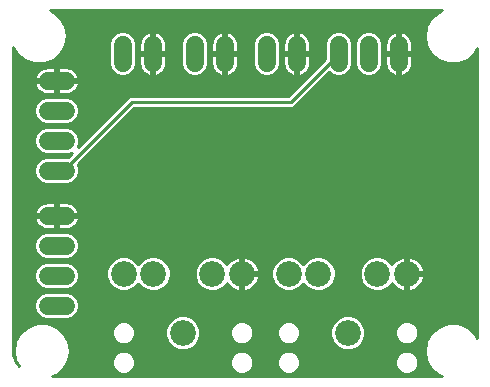
<source format=gbl>
G75*
G70*
%OFA0B0*%
%FSLAX24Y24*%
%IPPOS*%
%LPD*%
%AMOC8*
5,1,8,0,0,1.08239X$1,22.5*
%
%ADD10C,0.0600*%
%ADD11C,0.0860*%
%ADD12C,0.0320*%
%ADD13C,0.0100*%
D10*
X001811Y003599D02*
X002411Y003599D01*
X002411Y004599D02*
X001811Y004599D01*
X001811Y005599D02*
X002411Y005599D01*
X002411Y006599D02*
X001811Y006599D01*
X001811Y008099D02*
X002411Y008099D01*
X002411Y009099D02*
X001811Y009099D01*
X001811Y010099D02*
X002411Y010099D01*
X002411Y011099D02*
X001811Y011099D01*
X004311Y011699D02*
X004311Y012299D01*
X005311Y012299D02*
X005311Y011699D01*
X006711Y011699D02*
X006711Y012299D01*
X007711Y012299D02*
X007711Y011699D01*
X009111Y011699D02*
X009111Y012299D01*
X010111Y012299D02*
X010111Y011699D01*
X011511Y011699D02*
X011511Y012299D01*
X012511Y012299D02*
X012511Y011699D01*
X013511Y011699D02*
X013511Y012299D01*
D11*
X013779Y004668D03*
X012795Y004668D03*
X010826Y004668D03*
X009842Y004668D03*
X008279Y004668D03*
X007295Y004668D03*
X005326Y004668D03*
X004342Y004668D03*
X006311Y002699D03*
X011811Y002699D03*
D12*
X009011Y007399D03*
X006811Y007599D03*
X005611Y007699D03*
X002911Y001499D03*
D13*
X000840Y001594D02*
X000753Y001713D01*
X000671Y001966D01*
X000661Y002099D01*
X000661Y012231D01*
X000795Y011999D01*
X001043Y011790D01*
X001043Y011790D01*
X001348Y011679D01*
X001432Y011679D01*
X001673Y011679D01*
X001978Y011790D01*
X002226Y011999D01*
X002388Y012280D01*
X002445Y012599D01*
X002388Y012919D01*
X014433Y012919D01*
X014376Y012599D01*
X014433Y012280D01*
X014433Y012280D01*
X014595Y011999D01*
X014595Y011999D01*
X014843Y011790D01*
X014843Y011790D01*
X015148Y011679D01*
X015473Y011679D01*
X015778Y011790D01*
X016026Y011999D01*
X016131Y012179D01*
X016131Y002519D01*
X016026Y002700D01*
X015778Y002908D01*
X015778Y002908D01*
X015473Y003019D01*
X015148Y003019D01*
X014843Y002908D01*
X014595Y002700D01*
X014595Y002700D01*
X014595Y002700D01*
X014433Y002419D01*
X014376Y002099D01*
X014433Y001780D01*
X014433Y001780D01*
X014595Y001499D01*
X014595Y001499D01*
X014843Y001290D01*
X014956Y001249D01*
X001965Y001249D01*
X002078Y001290D01*
X002326Y001499D01*
X002488Y001780D01*
X002545Y002099D01*
X002488Y002419D01*
X002326Y002700D01*
X002078Y002908D01*
X002078Y002908D01*
X001773Y003019D01*
X001448Y003019D01*
X001143Y002908D01*
X000895Y002700D01*
X000895Y002700D01*
X000895Y002700D01*
X000733Y002419D01*
X000676Y002099D01*
X000733Y001780D01*
X000733Y001780D01*
X000840Y001594D01*
X000784Y001690D02*
X000770Y001690D01*
X000731Y001789D02*
X000729Y001789D01*
X000714Y001887D02*
X000697Y001887D01*
X000696Y001986D02*
X000670Y001986D01*
X000662Y002084D02*
X000679Y002084D01*
X000676Y002099D02*
X000676Y002099D01*
X000661Y002183D02*
X000691Y002183D01*
X000708Y002281D02*
X000661Y002281D01*
X000661Y002380D02*
X000726Y002380D01*
X000733Y002419D02*
X000733Y002419D01*
X000767Y002478D02*
X000661Y002478D01*
X000661Y002577D02*
X000824Y002577D01*
X000881Y002675D02*
X000661Y002675D01*
X000661Y002774D02*
X000983Y002774D01*
X001101Y002872D02*
X000661Y002872D01*
X000661Y002971D02*
X001315Y002971D01*
X001143Y002908D02*
X001143Y002908D01*
X000661Y003069D02*
X004226Y003069D01*
X004265Y003085D02*
X004123Y003026D01*
X004015Y002918D01*
X003956Y002776D01*
X003956Y002622D01*
X004015Y002480D01*
X004123Y002372D01*
X004265Y002313D01*
X004419Y002313D01*
X004561Y002372D01*
X004670Y002480D01*
X004728Y002622D01*
X004728Y002776D01*
X004670Y002918D01*
X004561Y003026D01*
X004419Y003085D01*
X004265Y003085D01*
X004458Y003069D02*
X005860Y003069D01*
X005819Y003028D02*
X005731Y002814D01*
X005731Y002584D01*
X005819Y002371D01*
X005982Y002207D01*
X006195Y002119D01*
X006426Y002119D01*
X006639Y002207D01*
X006802Y002371D01*
X006891Y002584D01*
X006891Y002814D01*
X006802Y003028D01*
X006639Y003191D01*
X006426Y003279D01*
X006195Y003279D01*
X005982Y003191D01*
X005819Y003028D01*
X005795Y002971D02*
X004617Y002971D01*
X004688Y002872D02*
X005754Y002872D01*
X005731Y002774D02*
X004728Y002774D01*
X004728Y002675D02*
X005731Y002675D01*
X005734Y002577D02*
X004709Y002577D01*
X004667Y002478D02*
X005774Y002478D01*
X005815Y002380D02*
X004569Y002380D01*
X004460Y002084D02*
X008161Y002084D01*
X008202Y002101D02*
X008060Y002042D01*
X007952Y001934D01*
X007893Y001792D01*
X007893Y001638D01*
X007952Y001496D01*
X008060Y001387D01*
X008202Y001329D01*
X008356Y001329D01*
X008498Y001387D01*
X008607Y001496D01*
X008665Y001638D01*
X008665Y001792D01*
X008607Y001934D01*
X008498Y002042D01*
X008356Y002101D01*
X008202Y002101D01*
X008397Y002084D02*
X009724Y002084D01*
X009765Y002101D02*
X009623Y002042D01*
X009515Y001934D01*
X009456Y001792D01*
X009456Y001638D01*
X009515Y001496D01*
X009623Y001387D01*
X009765Y001329D01*
X009919Y001329D01*
X010061Y001387D01*
X010170Y001496D01*
X010228Y001638D01*
X010228Y001792D01*
X010170Y001934D01*
X010061Y002042D01*
X009919Y002101D01*
X009765Y002101D01*
X009960Y002084D02*
X013661Y002084D01*
X013702Y002101D02*
X013560Y002042D01*
X013452Y001934D01*
X013393Y001792D01*
X013393Y001638D01*
X013452Y001496D01*
X013560Y001387D01*
X013702Y001329D01*
X013856Y001329D01*
X013998Y001387D01*
X014107Y001496D01*
X014165Y001638D01*
X014165Y001792D01*
X014107Y001934D01*
X013998Y002042D01*
X013856Y002101D01*
X013702Y002101D01*
X013504Y001986D02*
X010118Y001986D01*
X010189Y001887D02*
X013432Y001887D01*
X013393Y001789D02*
X010228Y001789D01*
X010228Y001690D02*
X013393Y001690D01*
X013412Y001592D02*
X010209Y001592D01*
X010167Y001493D02*
X013455Y001493D01*
X013553Y001395D02*
X010068Y001395D01*
X009616Y001395D02*
X008505Y001395D01*
X008604Y001493D02*
X009518Y001493D01*
X009475Y001592D02*
X008646Y001592D01*
X008665Y001690D02*
X009456Y001690D01*
X009456Y001789D02*
X008665Y001789D01*
X008626Y001887D02*
X009495Y001887D01*
X009567Y001986D02*
X008555Y001986D01*
X008356Y002313D02*
X008202Y002313D01*
X008060Y002372D01*
X007952Y002480D01*
X007893Y002622D01*
X007893Y002776D01*
X007952Y002918D01*
X008060Y003026D01*
X008202Y003085D01*
X008356Y003085D01*
X008498Y003026D01*
X008607Y002918D01*
X008665Y002776D01*
X008665Y002622D01*
X008607Y002480D01*
X008498Y002372D01*
X008356Y002313D01*
X008506Y002380D02*
X009615Y002380D01*
X009623Y002372D02*
X009765Y002313D01*
X009919Y002313D01*
X010061Y002372D01*
X010170Y002480D01*
X010228Y002622D01*
X010228Y002776D01*
X010170Y002918D01*
X010061Y003026D01*
X009919Y003085D01*
X009765Y003085D01*
X009623Y003026D01*
X009515Y002918D01*
X009456Y002776D01*
X009456Y002622D01*
X009515Y002480D01*
X009623Y002372D01*
X009517Y002478D02*
X008604Y002478D01*
X008646Y002577D02*
X009475Y002577D01*
X009456Y002675D02*
X008665Y002675D01*
X008665Y002774D02*
X009456Y002774D01*
X009496Y002872D02*
X008625Y002872D01*
X008554Y002971D02*
X009567Y002971D01*
X009726Y003069D02*
X008395Y003069D01*
X008163Y003069D02*
X006761Y003069D01*
X006826Y002971D02*
X008004Y002971D01*
X007933Y002872D02*
X006867Y002872D01*
X006891Y002774D02*
X007893Y002774D01*
X007893Y002675D02*
X006891Y002675D01*
X006888Y002577D02*
X007912Y002577D01*
X007954Y002478D02*
X006847Y002478D01*
X006806Y002380D02*
X008052Y002380D01*
X008004Y001986D02*
X004618Y001986D01*
X004670Y001934D02*
X004561Y002042D01*
X004419Y002101D01*
X004265Y002101D01*
X004123Y002042D01*
X004015Y001934D01*
X003956Y001792D01*
X003956Y001638D01*
X004015Y001496D01*
X004123Y001387D01*
X004265Y001329D01*
X004419Y001329D01*
X004561Y001387D01*
X004670Y001496D01*
X004728Y001638D01*
X004728Y001792D01*
X004670Y001934D01*
X004689Y001887D02*
X007932Y001887D01*
X007893Y001789D02*
X004728Y001789D01*
X004728Y001690D02*
X007893Y001690D01*
X007912Y001592D02*
X004709Y001592D01*
X004667Y001493D02*
X007955Y001493D01*
X008053Y001395D02*
X004568Y001395D01*
X004116Y001395D02*
X002202Y001395D01*
X002320Y001493D02*
X004018Y001493D01*
X003975Y001592D02*
X002380Y001592D01*
X002326Y001499D02*
X002326Y001499D01*
X002326Y001499D01*
X002437Y001690D02*
X003956Y001690D01*
X003956Y001789D02*
X002490Y001789D01*
X002488Y001780D02*
X002488Y001780D01*
X002507Y001887D02*
X003995Y001887D01*
X004067Y001986D02*
X002525Y001986D01*
X002542Y002084D02*
X004224Y002084D01*
X004115Y002380D02*
X002495Y002380D01*
X002488Y002419D02*
X002488Y002419D01*
X002454Y002478D02*
X004017Y002478D01*
X003975Y002577D02*
X002397Y002577D01*
X002340Y002675D02*
X003956Y002675D01*
X003956Y002774D02*
X002238Y002774D01*
X002326Y002700D02*
X002326Y002700D01*
X002121Y002872D02*
X003996Y002872D01*
X004067Y002971D02*
X001906Y002971D01*
X001721Y003149D02*
X002500Y003149D01*
X002665Y003218D01*
X002792Y003344D01*
X002861Y003510D01*
X002861Y003689D01*
X002792Y003854D01*
X002665Y003981D01*
X002500Y004049D01*
X001721Y004049D01*
X001556Y003981D01*
X001429Y003854D01*
X001361Y003689D01*
X001361Y003510D01*
X001429Y003344D01*
X001556Y003218D01*
X001721Y003149D01*
X001676Y003168D02*
X000661Y003168D01*
X000661Y003266D02*
X001507Y003266D01*
X001421Y003365D02*
X000661Y003365D01*
X000661Y003463D02*
X001380Y003463D01*
X001361Y003562D02*
X000661Y003562D01*
X000661Y003660D02*
X001361Y003660D01*
X001390Y003759D02*
X000661Y003759D01*
X000661Y003857D02*
X001432Y003857D01*
X001531Y003956D02*
X000661Y003956D01*
X000661Y004054D02*
X016131Y004054D01*
X016131Y003956D02*
X002690Y003956D01*
X002789Y003857D02*
X016131Y003857D01*
X016131Y003759D02*
X002832Y003759D01*
X002861Y003660D02*
X016131Y003660D01*
X016131Y003562D02*
X002861Y003562D01*
X002841Y003463D02*
X016131Y003463D01*
X016131Y003365D02*
X002801Y003365D01*
X002714Y003266D02*
X006164Y003266D01*
X005959Y003168D02*
X002545Y003168D01*
X002513Y002281D02*
X005908Y002281D01*
X006042Y002183D02*
X002530Y002183D01*
X002545Y002099D02*
X002545Y002099D01*
X002911Y001499D02*
X003011Y001499D01*
X002085Y001296D02*
X014836Y001296D01*
X014719Y001395D02*
X014005Y001395D01*
X014104Y001493D02*
X014602Y001493D01*
X014541Y001592D02*
X014146Y001592D01*
X014165Y001690D02*
X014484Y001690D01*
X014431Y001789D02*
X014165Y001789D01*
X014126Y001887D02*
X014414Y001887D01*
X014396Y001986D02*
X014055Y001986D01*
X013897Y002084D02*
X014379Y002084D01*
X014376Y002099D02*
X014376Y002099D01*
X014391Y002183D02*
X012079Y002183D01*
X012139Y002207D02*
X012302Y002371D01*
X012391Y002584D01*
X012391Y002814D01*
X012302Y003028D01*
X012139Y003191D01*
X011926Y003279D01*
X011695Y003279D01*
X011482Y003191D01*
X011319Y003028D01*
X011231Y002814D01*
X011231Y002584D01*
X011319Y002371D01*
X011482Y002207D01*
X011695Y002119D01*
X011926Y002119D01*
X012139Y002207D01*
X012213Y002281D02*
X014408Y002281D01*
X014426Y002380D02*
X014006Y002380D01*
X013998Y002372D02*
X014107Y002480D01*
X014165Y002622D01*
X014165Y002776D01*
X014107Y002918D01*
X013998Y003026D01*
X013856Y003085D01*
X013702Y003085D01*
X013560Y003026D01*
X013452Y002918D01*
X013393Y002776D01*
X013393Y002622D01*
X013452Y002480D01*
X013560Y002372D01*
X013702Y002313D01*
X013856Y002313D01*
X013998Y002372D01*
X014104Y002478D02*
X014467Y002478D01*
X014433Y002419D02*
X014433Y002419D01*
X014524Y002577D02*
X014146Y002577D01*
X014165Y002675D02*
X014581Y002675D01*
X014683Y002774D02*
X014165Y002774D01*
X014125Y002872D02*
X014801Y002872D01*
X014843Y002908D02*
X014843Y002908D01*
X015015Y002971D02*
X014054Y002971D01*
X013895Y003069D02*
X016131Y003069D01*
X016131Y002971D02*
X015606Y002971D01*
X015821Y002872D02*
X016131Y002872D01*
X016131Y002774D02*
X015938Y002774D01*
X016026Y002700D02*
X016026Y002700D01*
X016040Y002675D02*
X016131Y002675D01*
X016131Y002577D02*
X016097Y002577D01*
X016131Y003168D02*
X012162Y003168D01*
X012261Y003069D02*
X013663Y003069D01*
X013504Y002971D02*
X012326Y002971D01*
X012367Y002872D02*
X013433Y002872D01*
X013393Y002774D02*
X012391Y002774D01*
X012391Y002675D02*
X013393Y002675D01*
X013412Y002577D02*
X012388Y002577D01*
X012347Y002478D02*
X013454Y002478D01*
X013552Y002380D02*
X012306Y002380D01*
X011542Y002183D02*
X006579Y002183D01*
X006713Y002281D02*
X011408Y002281D01*
X011315Y002380D02*
X010069Y002380D01*
X010167Y002478D02*
X011274Y002478D01*
X011234Y002577D02*
X010209Y002577D01*
X010228Y002675D02*
X011231Y002675D01*
X011231Y002774D02*
X010228Y002774D01*
X010188Y002872D02*
X011254Y002872D01*
X011295Y002971D02*
X010117Y002971D01*
X009958Y003069D02*
X011360Y003069D01*
X011459Y003168D02*
X006662Y003168D01*
X006457Y003266D02*
X011664Y003266D01*
X011957Y003266D02*
X016131Y003266D01*
X016131Y004153D02*
X014046Y004153D01*
X014083Y004171D02*
X014002Y004130D01*
X013915Y004102D01*
X013829Y004088D01*
X013829Y004618D01*
X013829Y004718D01*
X013729Y004718D01*
X013729Y005247D01*
X013643Y005233D01*
X013556Y005205D01*
X013475Y005164D01*
X013401Y005110D01*
X013337Y005045D01*
X013292Y004984D01*
X013287Y004996D01*
X013123Y005159D01*
X012910Y005248D01*
X012679Y005248D01*
X012466Y005159D01*
X012303Y004996D01*
X012215Y004783D01*
X012215Y004552D01*
X012303Y004339D01*
X012466Y004176D01*
X012679Y004088D01*
X012910Y004088D01*
X013123Y004176D01*
X013287Y004339D01*
X013292Y004352D01*
X013337Y004290D01*
X013401Y004225D01*
X013475Y004171D01*
X013556Y004130D01*
X013643Y004102D01*
X013729Y004088D01*
X013729Y004618D01*
X013829Y004618D01*
X014358Y004618D01*
X014345Y004532D01*
X014317Y004445D01*
X014275Y004364D01*
X014221Y004290D01*
X014157Y004225D01*
X014083Y004171D01*
X014183Y004251D02*
X016131Y004251D01*
X016131Y004350D02*
X014265Y004350D01*
X014318Y004448D02*
X016131Y004448D01*
X016131Y004547D02*
X014347Y004547D01*
X014358Y004718D02*
X014345Y004803D01*
X014317Y004890D01*
X014275Y004972D01*
X014221Y005045D01*
X014157Y005110D01*
X014083Y005164D01*
X014002Y005205D01*
X013915Y005233D01*
X013829Y005247D01*
X013829Y004718D01*
X014358Y004718D01*
X014354Y004744D02*
X016131Y004744D01*
X016131Y004842D02*
X014332Y004842D01*
X014291Y004941D02*
X016131Y004941D01*
X016131Y005039D02*
X014226Y005039D01*
X014119Y005138D02*
X016131Y005138D01*
X016131Y005236D02*
X013897Y005236D01*
X013829Y005236D02*
X013729Y005236D01*
X013661Y005236D02*
X012938Y005236D01*
X013145Y005138D02*
X013439Y005138D01*
X013332Y005039D02*
X013244Y005039D01*
X013729Y005039D02*
X013829Y005039D01*
X013829Y004941D02*
X013729Y004941D01*
X013729Y004842D02*
X013829Y004842D01*
X013829Y004744D02*
X013729Y004744D01*
X013829Y004645D02*
X016131Y004645D01*
X016131Y005335D02*
X002782Y005335D01*
X002792Y005344D02*
X002861Y005510D01*
X002861Y005689D01*
X002792Y005854D01*
X002665Y005981D01*
X002500Y006049D01*
X001721Y006049D01*
X001556Y005981D01*
X001429Y005854D01*
X001361Y005689D01*
X001361Y005510D01*
X001429Y005344D01*
X001556Y005218D01*
X001721Y005149D01*
X002500Y005149D01*
X002665Y005218D01*
X002792Y005344D01*
X002829Y005433D02*
X016131Y005433D01*
X016131Y005532D02*
X002861Y005532D01*
X002861Y005630D02*
X016131Y005630D01*
X016131Y005729D02*
X002844Y005729D01*
X002803Y005827D02*
X016131Y005827D01*
X016131Y005926D02*
X002720Y005926D01*
X002560Y006024D02*
X016131Y006024D01*
X016131Y006123D02*
X000661Y006123D01*
X000661Y006221D02*
X001565Y006221D01*
X001575Y006214D02*
X001638Y006182D01*
X001705Y006160D01*
X001775Y006149D01*
X002061Y006149D01*
X002061Y006549D01*
X002161Y006549D01*
X002161Y006649D01*
X002858Y006649D01*
X002850Y006704D01*
X002828Y006772D01*
X002795Y006835D01*
X002754Y006892D01*
X002704Y006942D01*
X002646Y006984D01*
X002583Y007016D01*
X002516Y007038D01*
X002446Y007049D01*
X002161Y007049D01*
X002161Y006649D01*
X002061Y006649D01*
X002061Y007049D01*
X001775Y007049D01*
X001705Y007038D01*
X001638Y007016D01*
X001575Y006984D01*
X001517Y006942D01*
X001467Y006892D01*
X001426Y006835D01*
X001394Y006772D01*
X001372Y006704D01*
X001363Y006649D01*
X002061Y006649D01*
X002061Y006549D01*
X001363Y006549D01*
X001372Y006494D01*
X001394Y006426D01*
X001426Y006363D01*
X001467Y006306D01*
X001517Y006256D01*
X001575Y006214D01*
X001457Y006320D02*
X000661Y006320D01*
X000661Y006418D02*
X001398Y006418D01*
X001368Y006517D02*
X000661Y006517D01*
X000661Y006615D02*
X002061Y006615D01*
X002061Y006517D02*
X002161Y006517D01*
X002161Y006549D02*
X002161Y006149D01*
X002446Y006149D01*
X002516Y006160D01*
X002583Y006182D01*
X002646Y006214D01*
X002704Y006256D01*
X002754Y006306D01*
X002795Y006363D01*
X002828Y006426D01*
X002850Y006494D01*
X002858Y006549D01*
X002161Y006549D01*
X002161Y006615D02*
X016131Y006615D01*
X016131Y006517D02*
X002853Y006517D01*
X002823Y006418D02*
X016131Y006418D01*
X016131Y006320D02*
X002764Y006320D01*
X002656Y006221D02*
X016131Y006221D01*
X016131Y006714D02*
X002847Y006714D01*
X002807Y006812D02*
X016131Y006812D01*
X016131Y006911D02*
X002735Y006911D01*
X002597Y007009D02*
X016131Y007009D01*
X016131Y007108D02*
X000661Y007108D01*
X000661Y007206D02*
X016131Y007206D01*
X016131Y007305D02*
X000661Y007305D01*
X000661Y007403D02*
X016131Y007403D01*
X016131Y007502D02*
X000661Y007502D01*
X000661Y007600D02*
X016131Y007600D01*
X016131Y007699D02*
X002620Y007699D01*
X002665Y007718D02*
X002500Y007649D01*
X001721Y007649D01*
X001556Y007718D01*
X001429Y007844D01*
X001361Y008010D01*
X001361Y008189D01*
X001429Y008354D01*
X001556Y008481D01*
X001721Y008549D01*
X002478Y008549D01*
X002633Y008704D01*
X002500Y008649D01*
X001721Y008649D01*
X001556Y008718D01*
X001429Y008844D01*
X001361Y009010D01*
X001361Y009189D01*
X001429Y009354D01*
X001556Y009481D01*
X001721Y009549D01*
X002500Y009549D01*
X002665Y009481D01*
X002792Y009354D01*
X002861Y009189D01*
X002861Y009010D01*
X002806Y008877D01*
X004411Y010482D01*
X004528Y010599D01*
X009828Y010599D01*
X011061Y011832D01*
X011061Y012389D01*
X011129Y012554D01*
X011256Y012681D01*
X011421Y012749D01*
X011600Y012749D01*
X011765Y012681D01*
X011892Y012554D01*
X011961Y012389D01*
X011961Y011610D01*
X011892Y011444D01*
X011765Y011318D01*
X011600Y011249D01*
X011421Y011249D01*
X011256Y011318D01*
X011184Y011389D01*
X009993Y010199D01*
X004693Y010199D01*
X002809Y008314D01*
X002861Y008189D01*
X002861Y008010D01*
X002792Y007844D01*
X002665Y007718D01*
X002745Y007797D02*
X016131Y007797D01*
X016131Y007896D02*
X002813Y007896D01*
X002854Y007994D02*
X016131Y007994D01*
X016131Y008093D02*
X002861Y008093D01*
X002860Y008191D02*
X016131Y008191D01*
X016131Y008290D02*
X002819Y008290D01*
X002882Y008388D02*
X016131Y008388D01*
X016131Y008487D02*
X002981Y008487D01*
X003079Y008585D02*
X016131Y008585D01*
X016131Y008684D02*
X003178Y008684D01*
X003276Y008782D02*
X016131Y008782D01*
X016131Y008881D02*
X003375Y008881D01*
X003473Y008979D02*
X016131Y008979D01*
X016131Y009078D02*
X003572Y009078D01*
X003670Y009176D02*
X016131Y009176D01*
X016131Y009275D02*
X003769Y009275D01*
X003867Y009373D02*
X016131Y009373D01*
X016131Y009472D02*
X003966Y009472D01*
X004064Y009570D02*
X016131Y009570D01*
X016131Y009669D02*
X004163Y009669D01*
X004261Y009767D02*
X016131Y009767D01*
X016131Y009866D02*
X004360Y009866D01*
X004458Y009964D02*
X016131Y009964D01*
X016131Y010063D02*
X004557Y010063D01*
X004655Y010161D02*
X016131Y010161D01*
X016131Y010260D02*
X010054Y010260D01*
X010152Y010358D02*
X016131Y010358D01*
X016131Y010457D02*
X010251Y010457D01*
X010349Y010555D02*
X016131Y010555D01*
X016131Y010654D02*
X010448Y010654D01*
X010546Y010752D02*
X016131Y010752D01*
X016131Y010851D02*
X010645Y010851D01*
X010743Y010949D02*
X016131Y010949D01*
X016131Y011048D02*
X010842Y011048D01*
X010940Y011146D02*
X016131Y011146D01*
X016131Y011245D02*
X011039Y011245D01*
X011137Y011343D02*
X011230Y011343D01*
X010867Y011639D02*
X010557Y011639D01*
X010561Y011664D02*
X010561Y011949D01*
X010161Y011949D01*
X010161Y012049D01*
X010561Y012049D01*
X010561Y012334D01*
X010550Y012404D01*
X010528Y012472D01*
X010495Y012535D01*
X010454Y012592D01*
X010404Y012642D01*
X010346Y012684D01*
X010283Y012716D01*
X010216Y012738D01*
X010161Y012747D01*
X010161Y012049D01*
X010061Y012049D01*
X010061Y012747D01*
X010005Y012738D01*
X009938Y012716D01*
X009875Y012684D01*
X009817Y012642D01*
X009767Y012592D01*
X009726Y012535D01*
X009694Y012472D01*
X009672Y012404D01*
X009661Y012334D01*
X009661Y012049D01*
X010061Y012049D01*
X010061Y011949D01*
X010161Y011949D01*
X010161Y011251D01*
X010216Y011260D01*
X010283Y011282D01*
X010346Y011314D01*
X010404Y011356D01*
X010454Y011406D01*
X010495Y011463D01*
X010528Y011526D01*
X010550Y011594D01*
X010561Y011664D01*
X010561Y011737D02*
X010966Y011737D01*
X011061Y011836D02*
X010561Y011836D01*
X010561Y011934D02*
X011061Y011934D01*
X011061Y012033D02*
X010161Y012033D01*
X010161Y012131D02*
X010061Y012131D01*
X010061Y012033D02*
X009561Y012033D01*
X009561Y012131D02*
X009661Y012131D01*
X009661Y012230D02*
X009561Y012230D01*
X009561Y012328D02*
X009661Y012328D01*
X009679Y012427D02*
X009545Y012427D01*
X009561Y012389D02*
X009492Y012554D01*
X009365Y012681D01*
X009200Y012749D01*
X009021Y012749D01*
X008856Y012681D01*
X008729Y012554D01*
X008661Y012389D01*
X008661Y011610D01*
X008729Y011444D01*
X008856Y011318D01*
X009021Y011249D01*
X009200Y011249D01*
X009365Y011318D01*
X009492Y011444D01*
X009561Y011610D01*
X009561Y012389D01*
X009504Y012525D02*
X009721Y012525D01*
X009799Y012624D02*
X009422Y012624D01*
X009265Y012722D02*
X009956Y012722D01*
X010061Y012722D02*
X010161Y012722D01*
X010161Y012624D02*
X010061Y012624D01*
X010061Y012525D02*
X010161Y012525D01*
X010161Y012427D02*
X010061Y012427D01*
X010061Y012328D02*
X010161Y012328D01*
X010161Y012230D02*
X010061Y012230D01*
X010061Y011949D02*
X009661Y011949D01*
X009661Y011664D01*
X009672Y011594D01*
X009694Y011526D01*
X009726Y011463D01*
X009767Y011406D01*
X009817Y011356D01*
X009875Y011314D01*
X009938Y011282D01*
X010005Y011260D01*
X010061Y011251D01*
X010061Y011949D01*
X010061Y011934D02*
X010161Y011934D01*
X010161Y011836D02*
X010061Y011836D01*
X010061Y011737D02*
X010161Y011737D01*
X010161Y011639D02*
X010061Y011639D01*
X010061Y011540D02*
X010161Y011540D01*
X010161Y011442D02*
X010061Y011442D01*
X010061Y011343D02*
X010161Y011343D01*
X010386Y011343D02*
X010572Y011343D01*
X010480Y011442D02*
X010670Y011442D01*
X010769Y011540D02*
X010532Y011540D01*
X010473Y011245D02*
X002836Y011245D01*
X002828Y011272D02*
X002795Y011335D01*
X002754Y011392D01*
X002704Y011442D01*
X002646Y011484D01*
X002583Y011516D01*
X002516Y011538D01*
X002446Y011549D01*
X002161Y011549D01*
X002161Y011149D01*
X002858Y011149D01*
X002850Y011204D01*
X002828Y011272D01*
X002790Y011343D02*
X004030Y011343D01*
X004056Y011318D02*
X004221Y011249D01*
X004400Y011249D01*
X004565Y011318D01*
X004692Y011444D01*
X004761Y011610D01*
X004761Y012389D01*
X004692Y012554D01*
X004565Y012681D01*
X004400Y012749D01*
X004221Y012749D01*
X004056Y012681D01*
X003929Y012554D01*
X003861Y012389D01*
X003861Y011610D01*
X003929Y011444D01*
X004056Y011318D01*
X003932Y011442D02*
X002704Y011442D01*
X002503Y011540D02*
X003889Y011540D01*
X003861Y011639D02*
X000661Y011639D01*
X000661Y011737D02*
X001189Y011737D01*
X000989Y011836D02*
X000661Y011836D01*
X000661Y011934D02*
X000872Y011934D01*
X000775Y012033D02*
X000661Y012033D01*
X000661Y012131D02*
X000718Y012131D01*
X000662Y012230D02*
X000661Y012230D01*
X000661Y011540D02*
X001719Y011540D01*
X001705Y011538D02*
X001638Y011516D01*
X001575Y011484D01*
X001517Y011442D01*
X000661Y011442D01*
X000661Y011343D02*
X001432Y011343D01*
X001426Y011335D02*
X001394Y011272D01*
X001372Y011204D01*
X001363Y011149D01*
X002061Y011149D01*
X002061Y011549D01*
X001775Y011549D01*
X001705Y011538D01*
X001517Y011442D02*
X001467Y011392D01*
X001426Y011335D01*
X001385Y011245D02*
X000661Y011245D01*
X000661Y011146D02*
X002061Y011146D01*
X002061Y011149D02*
X002061Y011049D01*
X002161Y011049D01*
X002161Y011149D01*
X002061Y011149D01*
X002061Y011245D02*
X002161Y011245D01*
X002161Y011343D02*
X002061Y011343D01*
X002061Y011442D02*
X002161Y011442D01*
X002161Y011540D02*
X002061Y011540D01*
X001978Y011790D02*
X001978Y011790D01*
X002032Y011836D02*
X003861Y011836D01*
X003861Y011934D02*
X002149Y011934D01*
X002226Y011999D02*
X002226Y011999D01*
X002226Y011999D01*
X002246Y012033D02*
X003861Y012033D01*
X003861Y012131D02*
X002303Y012131D01*
X002360Y012230D02*
X003861Y012230D01*
X003861Y012328D02*
X002397Y012328D01*
X002388Y012280D02*
X002388Y012280D01*
X002414Y012427D02*
X003876Y012427D01*
X003917Y012525D02*
X002432Y012525D01*
X002445Y012599D02*
X002445Y012599D01*
X002440Y012624D02*
X003999Y012624D01*
X004156Y012722D02*
X002423Y012722D01*
X002406Y012821D02*
X014415Y012821D01*
X014433Y012919D02*
X014433Y012919D01*
X014595Y013200D01*
X014595Y013200D01*
X014595Y013200D01*
X014843Y013408D01*
X014843Y013408D01*
X014945Y013445D01*
X001876Y013445D01*
X001978Y013408D01*
X001978Y013408D01*
X002226Y013200D01*
X002226Y013200D01*
X002388Y012919D01*
X002388Y012919D01*
X002331Y013018D02*
X014490Y013018D01*
X014547Y013116D02*
X002274Y013116D01*
X002208Y013215D02*
X014613Y013215D01*
X014730Y013313D02*
X002091Y013313D01*
X001968Y013412D02*
X014853Y013412D01*
X014398Y012722D02*
X013665Y012722D01*
X013683Y012716D02*
X013616Y012738D01*
X013561Y012747D01*
X013561Y012049D01*
X013961Y012049D01*
X013961Y012334D01*
X013950Y012404D01*
X013928Y012472D01*
X013895Y012535D01*
X013854Y012592D01*
X013804Y012642D01*
X013746Y012684D01*
X013683Y012716D01*
X013561Y012722D02*
X013461Y012722D01*
X013461Y012747D02*
X013405Y012738D01*
X013338Y012716D01*
X013275Y012684D01*
X013217Y012642D01*
X013167Y012592D01*
X013126Y012535D01*
X013094Y012472D01*
X013072Y012404D01*
X013061Y012334D01*
X013061Y012049D01*
X013461Y012049D01*
X013461Y012747D01*
X013356Y012722D02*
X012665Y012722D01*
X012600Y012749D02*
X012421Y012749D01*
X012256Y012681D01*
X012129Y012554D01*
X012061Y012389D01*
X012061Y011610D01*
X012129Y011444D01*
X012256Y011318D01*
X012421Y011249D01*
X012600Y011249D01*
X012765Y011318D01*
X012892Y011444D01*
X012961Y011610D01*
X012961Y012389D01*
X012892Y012554D01*
X012765Y012681D01*
X012600Y012749D01*
X012822Y012624D02*
X013199Y012624D01*
X013121Y012525D02*
X012904Y012525D01*
X012945Y012427D02*
X013079Y012427D01*
X013061Y012328D02*
X012961Y012328D01*
X012961Y012230D02*
X013061Y012230D01*
X013061Y012131D02*
X012961Y012131D01*
X012961Y012033D02*
X013461Y012033D01*
X013461Y012049D02*
X013461Y011949D01*
X013561Y011949D01*
X013561Y012049D01*
X013461Y012049D01*
X013461Y012131D02*
X013561Y012131D01*
X013561Y012033D02*
X014575Y012033D01*
X014518Y012131D02*
X013961Y012131D01*
X013961Y012230D02*
X014462Y012230D01*
X014424Y012328D02*
X013961Y012328D01*
X013942Y012427D02*
X014407Y012427D01*
X014389Y012525D02*
X013900Y012525D01*
X013822Y012624D02*
X014381Y012624D01*
X014376Y012599D02*
X014376Y012599D01*
X013561Y012624D02*
X013461Y012624D01*
X013461Y012525D02*
X013561Y012525D01*
X013561Y012427D02*
X013461Y012427D01*
X013461Y012328D02*
X013561Y012328D01*
X013561Y012230D02*
X013461Y012230D01*
X013461Y011949D02*
X013061Y011949D01*
X013061Y011664D01*
X013072Y011594D01*
X013094Y011526D01*
X013126Y011463D01*
X013167Y011406D01*
X013217Y011356D01*
X013275Y011314D01*
X013338Y011282D01*
X013405Y011260D01*
X013461Y011251D01*
X013461Y011949D01*
X013461Y011934D02*
X013561Y011934D01*
X013561Y011949D02*
X013561Y011251D01*
X013616Y011260D01*
X013683Y011282D01*
X013746Y011314D01*
X013804Y011356D01*
X013854Y011406D01*
X013895Y011463D01*
X013928Y011526D01*
X013950Y011594D01*
X013961Y011664D01*
X013961Y011949D01*
X013561Y011949D01*
X013561Y011836D02*
X013461Y011836D01*
X013461Y011737D02*
X013561Y011737D01*
X013561Y011639D02*
X013461Y011639D01*
X013461Y011540D02*
X013561Y011540D01*
X013561Y011442D02*
X013461Y011442D01*
X013461Y011343D02*
X013561Y011343D01*
X013786Y011343D02*
X016131Y011343D01*
X016131Y011442D02*
X013880Y011442D01*
X013932Y011540D02*
X016131Y011540D01*
X016131Y011639D02*
X013957Y011639D01*
X013961Y011737D02*
X014989Y011737D01*
X014789Y011836D02*
X013961Y011836D01*
X013961Y011934D02*
X014672Y011934D01*
X015632Y011737D02*
X016131Y011737D01*
X016131Y011836D02*
X015832Y011836D01*
X015778Y011790D02*
X015778Y011790D01*
X015949Y011934D02*
X016131Y011934D01*
X016131Y012033D02*
X016046Y012033D01*
X016026Y011999D02*
X016026Y011999D01*
X016026Y011999D01*
X016103Y012131D02*
X016131Y012131D01*
X013235Y011343D02*
X012791Y011343D01*
X012890Y011442D02*
X013141Y011442D01*
X013089Y011540D02*
X012932Y011540D01*
X012961Y011639D02*
X013065Y011639D01*
X013061Y011737D02*
X012961Y011737D01*
X012961Y011836D02*
X013061Y011836D01*
X013061Y011934D02*
X012961Y011934D01*
X012230Y011343D02*
X011791Y011343D01*
X011890Y011442D02*
X012132Y011442D01*
X012089Y011540D02*
X011932Y011540D01*
X011961Y011639D02*
X012061Y011639D01*
X012061Y011737D02*
X011961Y011737D01*
X011961Y011836D02*
X012061Y011836D01*
X012061Y011934D02*
X011961Y011934D01*
X011961Y012033D02*
X012061Y012033D01*
X012061Y012131D02*
X011961Y012131D01*
X011961Y012230D02*
X012061Y012230D01*
X012061Y012328D02*
X011961Y012328D01*
X011945Y012427D02*
X012076Y012427D01*
X012117Y012525D02*
X011904Y012525D01*
X011822Y012624D02*
X012199Y012624D01*
X012356Y012722D02*
X011665Y012722D01*
X011356Y012722D02*
X010265Y012722D01*
X010422Y012624D02*
X011199Y012624D01*
X011117Y012525D02*
X010500Y012525D01*
X010542Y012427D02*
X011076Y012427D01*
X011061Y012328D02*
X010561Y012328D01*
X010561Y012230D02*
X011061Y012230D01*
X011061Y012131D02*
X010561Y012131D01*
X009661Y011934D02*
X009561Y011934D01*
X009561Y011836D02*
X009661Y011836D01*
X009661Y011737D02*
X009561Y011737D01*
X009561Y011639D02*
X009665Y011639D01*
X009689Y011540D02*
X009532Y011540D01*
X009490Y011442D02*
X009741Y011442D01*
X009835Y011343D02*
X009391Y011343D01*
X008830Y011343D02*
X007986Y011343D01*
X008004Y011356D02*
X008054Y011406D01*
X008095Y011463D01*
X008128Y011526D01*
X008150Y011594D01*
X008161Y011664D01*
X008161Y011949D01*
X007761Y011949D01*
X007761Y012049D01*
X008161Y012049D01*
X008161Y012334D01*
X008150Y012404D01*
X008128Y012472D01*
X008095Y012535D01*
X008054Y012592D01*
X008004Y012642D01*
X007946Y012684D01*
X007883Y012716D01*
X007816Y012738D01*
X007761Y012747D01*
X007761Y012049D01*
X007661Y012049D01*
X007661Y012747D01*
X007605Y012738D01*
X007538Y012716D01*
X007475Y012684D01*
X007417Y012642D01*
X007367Y012592D01*
X007326Y012535D01*
X007294Y012472D01*
X007272Y012404D01*
X007261Y012334D01*
X007261Y012049D01*
X007661Y012049D01*
X007661Y011949D01*
X007761Y011949D01*
X007761Y011251D01*
X007816Y011260D01*
X007883Y011282D01*
X007946Y011314D01*
X008004Y011356D01*
X008080Y011442D02*
X008732Y011442D01*
X008689Y011540D02*
X008132Y011540D01*
X008157Y011639D02*
X008661Y011639D01*
X008661Y011737D02*
X008161Y011737D01*
X008161Y011836D02*
X008661Y011836D01*
X008661Y011934D02*
X008161Y011934D01*
X008161Y012131D02*
X008661Y012131D01*
X008661Y012033D02*
X007761Y012033D01*
X007761Y012131D02*
X007661Y012131D01*
X007661Y012033D02*
X007161Y012033D01*
X007161Y012131D02*
X007261Y012131D01*
X007261Y012230D02*
X007161Y012230D01*
X007161Y012328D02*
X007261Y012328D01*
X007279Y012427D02*
X007145Y012427D01*
X007161Y012389D02*
X007092Y012554D01*
X006965Y012681D01*
X006800Y012749D01*
X006621Y012749D01*
X006456Y012681D01*
X006329Y012554D01*
X006261Y012389D01*
X006261Y011610D01*
X006329Y011444D01*
X006456Y011318D01*
X006621Y011249D01*
X006800Y011249D01*
X006965Y011318D01*
X007092Y011444D01*
X007161Y011610D01*
X007161Y012389D01*
X007104Y012525D02*
X007321Y012525D01*
X007399Y012624D02*
X007022Y012624D01*
X006865Y012722D02*
X007556Y012722D01*
X007661Y012722D02*
X007761Y012722D01*
X007761Y012624D02*
X007661Y012624D01*
X007661Y012525D02*
X007761Y012525D01*
X007761Y012427D02*
X007661Y012427D01*
X007661Y012328D02*
X007761Y012328D01*
X007761Y012230D02*
X007661Y012230D01*
X007661Y011949D02*
X007261Y011949D01*
X007261Y011664D01*
X007272Y011594D01*
X007294Y011526D01*
X007326Y011463D01*
X007367Y011406D01*
X007417Y011356D01*
X007475Y011314D01*
X007538Y011282D01*
X007605Y011260D01*
X007661Y011251D01*
X007661Y011949D01*
X007661Y011934D02*
X007761Y011934D01*
X007761Y011836D02*
X007661Y011836D01*
X007661Y011737D02*
X007761Y011737D01*
X007761Y011639D02*
X007661Y011639D01*
X007661Y011540D02*
X007761Y011540D01*
X007761Y011442D02*
X007661Y011442D01*
X007661Y011343D02*
X007761Y011343D01*
X007435Y011343D02*
X006991Y011343D01*
X007090Y011442D02*
X007341Y011442D01*
X007289Y011540D02*
X007132Y011540D01*
X007161Y011639D02*
X007265Y011639D01*
X007261Y011737D02*
X007161Y011737D01*
X007161Y011836D02*
X007261Y011836D01*
X007261Y011934D02*
X007161Y011934D01*
X006430Y011343D02*
X005586Y011343D01*
X005604Y011356D02*
X005654Y011406D01*
X005695Y011463D01*
X005728Y011526D01*
X005750Y011594D01*
X005761Y011664D01*
X005761Y011949D01*
X005361Y011949D01*
X005361Y012049D01*
X005761Y012049D01*
X005761Y012334D01*
X005750Y012404D01*
X005728Y012472D01*
X005695Y012535D01*
X005654Y012592D01*
X005604Y012642D01*
X005546Y012684D01*
X005483Y012716D01*
X005416Y012738D01*
X005361Y012747D01*
X005361Y012049D01*
X005261Y012049D01*
X005261Y012747D01*
X005205Y012738D01*
X005138Y012716D01*
X005075Y012684D01*
X005017Y012642D01*
X004967Y012592D01*
X004926Y012535D01*
X004894Y012472D01*
X004872Y012404D01*
X004861Y012334D01*
X004861Y012049D01*
X005261Y012049D01*
X005261Y011949D01*
X005361Y011949D01*
X005361Y011251D01*
X005416Y011260D01*
X005483Y011282D01*
X005546Y011314D01*
X005604Y011356D01*
X005680Y011442D02*
X006332Y011442D01*
X006289Y011540D02*
X005732Y011540D01*
X005757Y011639D02*
X006261Y011639D01*
X006261Y011737D02*
X005761Y011737D01*
X005761Y011836D02*
X006261Y011836D01*
X006261Y011934D02*
X005761Y011934D01*
X005761Y012131D02*
X006261Y012131D01*
X006261Y012033D02*
X005361Y012033D01*
X005361Y012131D02*
X005261Y012131D01*
X005261Y012033D02*
X004761Y012033D01*
X004761Y012131D02*
X004861Y012131D01*
X004861Y012230D02*
X004761Y012230D01*
X004761Y012328D02*
X004861Y012328D01*
X004879Y012427D02*
X004745Y012427D01*
X004704Y012525D02*
X004921Y012525D01*
X004999Y012624D02*
X004622Y012624D01*
X004465Y012722D02*
X005156Y012722D01*
X005261Y012722D02*
X005361Y012722D01*
X005361Y012624D02*
X005261Y012624D01*
X005261Y012525D02*
X005361Y012525D01*
X005361Y012427D02*
X005261Y012427D01*
X005261Y012328D02*
X005361Y012328D01*
X005361Y012230D02*
X005261Y012230D01*
X005261Y011949D02*
X004861Y011949D01*
X004861Y011664D01*
X004872Y011594D01*
X004894Y011526D01*
X004926Y011463D01*
X004967Y011406D01*
X005017Y011356D01*
X005075Y011314D01*
X005138Y011282D01*
X005205Y011260D01*
X005261Y011251D01*
X005261Y011949D01*
X005261Y011934D02*
X005361Y011934D01*
X005361Y011836D02*
X005261Y011836D01*
X005261Y011737D02*
X005361Y011737D01*
X005361Y011639D02*
X005261Y011639D01*
X005261Y011540D02*
X005361Y011540D01*
X005361Y011442D02*
X005261Y011442D01*
X005261Y011343D02*
X005361Y011343D01*
X005035Y011343D02*
X004591Y011343D01*
X004690Y011442D02*
X004941Y011442D01*
X004889Y011540D02*
X004732Y011540D01*
X004761Y011639D02*
X004865Y011639D01*
X004861Y011737D02*
X004761Y011737D01*
X004761Y011836D02*
X004861Y011836D01*
X004861Y011934D02*
X004761Y011934D01*
X003861Y011737D02*
X001832Y011737D01*
X002161Y011146D02*
X010375Y011146D01*
X010276Y011048D02*
X002858Y011048D01*
X002858Y011049D02*
X002161Y011049D01*
X002161Y010649D01*
X002446Y010649D01*
X002516Y010660D01*
X002583Y010682D01*
X002646Y010714D01*
X002704Y010756D01*
X002754Y010806D01*
X002795Y010863D01*
X002828Y010926D01*
X002850Y010994D01*
X002858Y011049D01*
X002835Y010949D02*
X010178Y010949D01*
X010079Y010851D02*
X002786Y010851D01*
X002699Y010752D02*
X009981Y010752D01*
X009882Y010654D02*
X002475Y010654D01*
X002500Y010549D02*
X002665Y010481D01*
X002792Y010354D01*
X002861Y010189D01*
X002861Y010010D01*
X002792Y009844D01*
X002665Y009718D01*
X002500Y009649D01*
X001721Y009649D01*
X001556Y009718D01*
X001429Y009844D01*
X001361Y010010D01*
X001361Y010189D01*
X001429Y010354D01*
X001556Y010481D01*
X001721Y010549D01*
X002500Y010549D01*
X002689Y010457D02*
X004385Y010457D01*
X004484Y010555D02*
X000661Y010555D01*
X000661Y010457D02*
X001532Y010457D01*
X001433Y010358D02*
X000661Y010358D01*
X000661Y010260D02*
X001390Y010260D01*
X001361Y010161D02*
X000661Y010161D01*
X000661Y010063D02*
X001361Y010063D01*
X001379Y009964D02*
X000661Y009964D01*
X000661Y009866D02*
X001420Y009866D01*
X001506Y009767D02*
X000661Y009767D01*
X000661Y009669D02*
X001674Y009669D01*
X001547Y009472D02*
X000661Y009472D01*
X000661Y009570D02*
X003499Y009570D01*
X003597Y009669D02*
X002547Y009669D01*
X002715Y009767D02*
X003696Y009767D01*
X003794Y009866D02*
X002801Y009866D01*
X002842Y009964D02*
X003893Y009964D01*
X003991Y010063D02*
X002861Y010063D01*
X002861Y010161D02*
X004090Y010161D01*
X004188Y010260D02*
X002831Y010260D01*
X002788Y010358D02*
X004287Y010358D01*
X004611Y010399D02*
X009911Y010399D01*
X011511Y011999D01*
X008956Y012722D02*
X007865Y012722D01*
X008022Y012624D02*
X008799Y012624D01*
X008717Y012525D02*
X008100Y012525D01*
X008142Y012427D02*
X008676Y012427D01*
X008661Y012328D02*
X008161Y012328D01*
X008161Y012230D02*
X008661Y012230D01*
X006556Y012722D02*
X005465Y012722D01*
X005622Y012624D02*
X006399Y012624D01*
X006317Y012525D02*
X005700Y012525D01*
X005742Y012427D02*
X006276Y012427D01*
X006261Y012328D02*
X005761Y012328D01*
X005761Y012230D02*
X006261Y012230D01*
X004611Y010399D02*
X002311Y008099D01*
X002111Y008099D01*
X002514Y008585D02*
X000661Y008585D01*
X000661Y008487D02*
X001570Y008487D01*
X001463Y008388D02*
X000661Y008388D01*
X000661Y008290D02*
X001402Y008290D01*
X001362Y008191D02*
X000661Y008191D01*
X000661Y008093D02*
X001361Y008093D01*
X001367Y007994D02*
X000661Y007994D01*
X000661Y007896D02*
X001408Y007896D01*
X001476Y007797D02*
X000661Y007797D01*
X000661Y007699D02*
X001602Y007699D01*
X001624Y007009D02*
X000661Y007009D01*
X000661Y006911D02*
X001486Y006911D01*
X001414Y006812D02*
X000661Y006812D01*
X000661Y006714D02*
X001375Y006714D01*
X002061Y006714D02*
X002161Y006714D01*
X002161Y006812D02*
X002061Y006812D01*
X002061Y006911D02*
X002161Y006911D01*
X002161Y007009D02*
X002061Y007009D01*
X002061Y006418D02*
X002161Y006418D01*
X002161Y006320D02*
X002061Y006320D01*
X002061Y006221D02*
X002161Y006221D01*
X001661Y006024D02*
X000661Y006024D01*
X000661Y005926D02*
X001501Y005926D01*
X001418Y005827D02*
X000661Y005827D01*
X000661Y005729D02*
X001377Y005729D01*
X001361Y005630D02*
X000661Y005630D01*
X000661Y005532D02*
X001361Y005532D01*
X001392Y005433D02*
X000661Y005433D01*
X000661Y005335D02*
X001439Y005335D01*
X001537Y005236D02*
X000661Y005236D01*
X000661Y005138D02*
X003992Y005138D01*
X004014Y005159D02*
X003850Y004996D01*
X003762Y004783D01*
X003762Y004552D01*
X003850Y004339D01*
X004014Y004176D01*
X004227Y004088D01*
X004457Y004088D01*
X004671Y004176D01*
X004834Y004339D01*
X004834Y004340D01*
X004835Y004339D01*
X004998Y004176D01*
X005211Y004088D01*
X005442Y004088D01*
X005655Y004176D01*
X005818Y004339D01*
X005906Y004552D01*
X005906Y004783D01*
X005818Y004996D01*
X005655Y005159D01*
X005442Y005248D01*
X005211Y005248D01*
X004998Y005159D01*
X004835Y004996D01*
X004834Y004995D01*
X004834Y004996D01*
X004671Y005159D01*
X004457Y005248D01*
X004227Y005248D01*
X004014Y005159D01*
X003893Y005039D02*
X002524Y005039D01*
X002500Y005049D02*
X002665Y004981D01*
X002792Y004854D01*
X002861Y004689D01*
X002861Y004510D01*
X002792Y004344D01*
X002665Y004218D01*
X002500Y004149D01*
X001721Y004149D01*
X001556Y004218D01*
X001429Y004344D01*
X001361Y004510D01*
X001361Y004689D01*
X001429Y004854D01*
X001556Y004981D01*
X001721Y005049D01*
X002500Y005049D01*
X002705Y004941D02*
X003827Y004941D01*
X003787Y004842D02*
X002797Y004842D01*
X002838Y004744D02*
X003762Y004744D01*
X003762Y004645D02*
X002861Y004645D01*
X002861Y004547D02*
X003764Y004547D01*
X003805Y004448D02*
X002835Y004448D01*
X002794Y004350D02*
X003846Y004350D01*
X003938Y004251D02*
X002699Y004251D01*
X002509Y004153D02*
X004070Y004153D01*
X004614Y004153D02*
X005054Y004153D01*
X004923Y004251D02*
X004746Y004251D01*
X004791Y005039D02*
X004878Y005039D01*
X004976Y005138D02*
X004692Y005138D01*
X004485Y005236D02*
X005183Y005236D01*
X005469Y005236D02*
X007152Y005236D01*
X007179Y005248D02*
X006966Y005159D01*
X006803Y004996D01*
X006715Y004783D01*
X006715Y004552D01*
X006803Y004339D01*
X006966Y004176D01*
X007179Y004088D01*
X007410Y004088D01*
X007623Y004176D01*
X007787Y004339D01*
X007792Y004352D01*
X007837Y004290D01*
X007901Y004225D01*
X007975Y004171D01*
X008056Y004130D01*
X008143Y004102D01*
X008229Y004088D01*
X008229Y004618D01*
X008329Y004618D01*
X008329Y004718D01*
X008229Y004718D01*
X008229Y005247D01*
X008143Y005233D01*
X008056Y005205D01*
X007975Y005164D01*
X007901Y005110D01*
X007837Y005045D01*
X007792Y004984D01*
X007787Y004996D01*
X007623Y005159D01*
X007410Y005248D01*
X007179Y005248D01*
X007438Y005236D02*
X008161Y005236D01*
X008229Y005236D02*
X008329Y005236D01*
X008329Y005247D02*
X008329Y004718D01*
X008858Y004718D01*
X008845Y004803D01*
X008817Y004890D01*
X008775Y004972D01*
X008721Y005045D01*
X008657Y005110D01*
X008583Y005164D01*
X008502Y005205D01*
X008415Y005233D01*
X008329Y005247D01*
X008397Y005236D02*
X009699Y005236D01*
X009727Y005248D02*
X009514Y005159D01*
X009350Y004996D01*
X009262Y004783D01*
X009262Y004552D01*
X009350Y004339D01*
X009514Y004176D01*
X009727Y004088D01*
X009957Y004088D01*
X010171Y004176D01*
X010334Y004339D01*
X010334Y004340D01*
X010335Y004339D01*
X010498Y004176D01*
X010711Y004088D01*
X010942Y004088D01*
X011155Y004176D01*
X011318Y004339D01*
X011406Y004552D01*
X011406Y004783D01*
X011318Y004996D01*
X011155Y005159D01*
X010942Y005248D01*
X010711Y005248D01*
X010498Y005159D01*
X010335Y004996D01*
X010334Y004995D01*
X010334Y004996D01*
X010171Y005159D01*
X009957Y005248D01*
X009727Y005248D01*
X009492Y005138D02*
X008619Y005138D01*
X008726Y005039D02*
X009393Y005039D01*
X009327Y004941D02*
X008791Y004941D01*
X008832Y004842D02*
X009287Y004842D01*
X009262Y004744D02*
X008854Y004744D01*
X008858Y004618D02*
X008329Y004618D01*
X008329Y004088D01*
X008415Y004102D01*
X008502Y004130D01*
X008583Y004171D01*
X008657Y004225D01*
X008721Y004290D01*
X008775Y004364D01*
X008817Y004445D01*
X008845Y004532D01*
X008858Y004618D01*
X008847Y004547D02*
X009264Y004547D01*
X009262Y004645D02*
X008329Y004645D01*
X008329Y004547D02*
X008229Y004547D01*
X008229Y004448D02*
X008329Y004448D01*
X008329Y004350D02*
X008229Y004350D01*
X008229Y004251D02*
X008329Y004251D01*
X008329Y004153D02*
X008229Y004153D01*
X008012Y004153D02*
X007567Y004153D01*
X007699Y004251D02*
X007875Y004251D01*
X007793Y004350D02*
X007791Y004350D01*
X008229Y004744D02*
X008329Y004744D01*
X008329Y004842D02*
X008229Y004842D01*
X008229Y004941D02*
X008329Y004941D01*
X008329Y005039D02*
X008229Y005039D01*
X008229Y005138D02*
X008329Y005138D01*
X007939Y005138D02*
X007645Y005138D01*
X007744Y005039D02*
X007832Y005039D01*
X008683Y004251D02*
X009438Y004251D01*
X009346Y004350D02*
X008765Y004350D01*
X008818Y004448D02*
X009305Y004448D01*
X009570Y004153D02*
X008546Y004153D01*
X007023Y004153D02*
X005599Y004153D01*
X005730Y004251D02*
X006891Y004251D01*
X006799Y004350D02*
X005822Y004350D01*
X005863Y004448D02*
X006758Y004448D01*
X006717Y004547D02*
X005904Y004547D01*
X005906Y004645D02*
X006715Y004645D01*
X006715Y004744D02*
X005906Y004744D01*
X005882Y004842D02*
X006739Y004842D01*
X006780Y004941D02*
X005841Y004941D01*
X005775Y005039D02*
X006846Y005039D01*
X006945Y005138D02*
X005677Y005138D01*
X004199Y005236D02*
X002684Y005236D01*
X001697Y005039D02*
X000661Y005039D01*
X000661Y004941D02*
X001516Y004941D01*
X001424Y004842D02*
X000661Y004842D01*
X000661Y004744D02*
X001383Y004744D01*
X001361Y004645D02*
X000661Y004645D01*
X000661Y004547D02*
X001361Y004547D01*
X001386Y004448D02*
X000661Y004448D01*
X000661Y004350D02*
X001427Y004350D01*
X001522Y004251D02*
X000661Y004251D01*
X000661Y004153D02*
X001713Y004153D01*
X002078Y001290D02*
X002078Y001290D01*
X009011Y007199D02*
X009011Y007399D01*
X006911Y007699D02*
X006811Y007599D01*
X005611Y007699D02*
X005611Y007499D01*
X003400Y009472D02*
X002674Y009472D01*
X002773Y009373D02*
X003302Y009373D01*
X003203Y009275D02*
X002825Y009275D01*
X002861Y009176D02*
X003105Y009176D01*
X003006Y009078D02*
X002861Y009078D01*
X002848Y008979D02*
X002908Y008979D01*
X002809Y008881D02*
X002807Y008881D01*
X002612Y008684D02*
X002583Y008684D01*
X001638Y008684D02*
X000661Y008684D01*
X000661Y008782D02*
X001491Y008782D01*
X001414Y008881D02*
X000661Y008881D01*
X000661Y008979D02*
X001373Y008979D01*
X001361Y009078D02*
X000661Y009078D01*
X000661Y009176D02*
X001361Y009176D01*
X001396Y009275D02*
X000661Y009275D01*
X000661Y009373D02*
X001448Y009373D01*
X001705Y010660D02*
X001638Y010682D01*
X001575Y010714D01*
X001517Y010756D01*
X001467Y010806D01*
X001426Y010863D01*
X001394Y010926D01*
X001372Y010994D01*
X001363Y011049D01*
X002061Y011049D01*
X002061Y010649D01*
X001775Y010649D01*
X001705Y010660D01*
X001747Y010654D02*
X000661Y010654D01*
X000661Y010752D02*
X001523Y010752D01*
X001435Y010851D02*
X000661Y010851D01*
X000661Y010949D02*
X001386Y010949D01*
X001363Y011048D02*
X000661Y011048D01*
X002061Y011048D02*
X002161Y011048D01*
X002161Y010949D02*
X002061Y010949D01*
X002061Y010851D02*
X002161Y010851D01*
X002161Y010752D02*
X002061Y010752D01*
X002061Y010654D02*
X002161Y010654D01*
X009985Y005236D02*
X010683Y005236D01*
X010476Y005138D02*
X010192Y005138D01*
X010291Y005039D02*
X010378Y005039D01*
X010969Y005236D02*
X012652Y005236D01*
X012445Y005138D02*
X011177Y005138D01*
X011275Y005039D02*
X012346Y005039D01*
X012280Y004941D02*
X011341Y004941D01*
X011382Y004842D02*
X012239Y004842D01*
X012215Y004744D02*
X011406Y004744D01*
X011406Y004645D02*
X012215Y004645D01*
X012217Y004547D02*
X011404Y004547D01*
X011363Y004448D02*
X012258Y004448D01*
X012299Y004350D02*
X011322Y004350D01*
X011230Y004251D02*
X012391Y004251D01*
X012523Y004153D02*
X011099Y004153D01*
X010554Y004153D02*
X010114Y004153D01*
X010246Y004251D02*
X010423Y004251D01*
X013067Y004153D02*
X013512Y004153D01*
X013375Y004251D02*
X013199Y004251D01*
X013291Y004350D02*
X013293Y004350D01*
X013729Y004350D02*
X013829Y004350D01*
X013829Y004448D02*
X013729Y004448D01*
X013729Y004547D02*
X013829Y004547D01*
X013829Y004251D02*
X013729Y004251D01*
X013729Y004153D02*
X013829Y004153D01*
X013829Y005138D02*
X013729Y005138D01*
M02*

</source>
